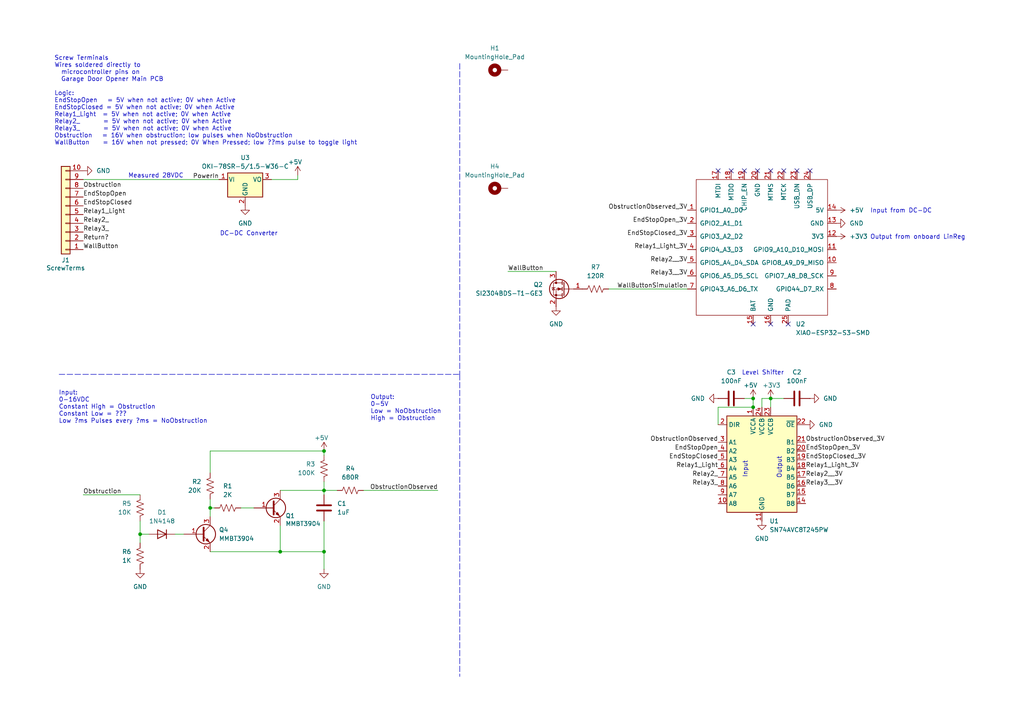
<source format=kicad_sch>
(kicad_sch (version 20231120) (generator "eeschema") (generator_version "8.0")
  (paper "A4")
  (lib_symbols
    (symbol "Connector_Generic:Conn_01x10" (pin_names (offset 1.016) hide)
      (property "Reference" "J" (at 0 12.7 0))
      (property "Value" "Conn_01x10" (at 0 -15.24 0))
      (symbol "Conn_01x10_1_1"
        (rectangle (start -1.27 -12.573) (end 0 -12.827) (stroke (width 0.1524)))
        (rectangle (start -1.27 -10.033) (end 0 -10.287) (stroke (width 0.1524)))
        (rectangle (start -1.27 -7.493) (end 0 -7.747) (stroke (width 0.1524)))
        (rectangle (start -1.27 -4.953) (end 0 -5.207) (stroke (width 0.1524)))
        (rectangle (start -1.27 -2.413) (end 0 -2.667) (stroke (width 0.1524)))
        (rectangle (start -1.27 0.127) (end 0 -0.127) (stroke (width 0.1524)))
        (rectangle (start -1.27 2.667) (end 0 2.413) (stroke (width 0.1524)))
        (rectangle (start -1.27 5.207) (end 0 4.953) (stroke (width 0.1524)))
        (rectangle (start -1.27 7.747) (end 0 7.493) (stroke (width 0.1524)))
        (rectangle (start -1.27 10.287) (end 0 10.033) (stroke (width 0.1524)))
        (rectangle (start -1.27 11.43) (end 1.27 -13.97) (stroke (width 0.254)) (fill (type background)))
        (pin passive line (at -5.08 10.16 0) (length 3.81) (name "Pin_1") (number "1"))
        (pin passive line (at -5.08 -12.7 0) (length 3.81) (name "Pin_10") (number "10"))
        (pin passive line (at -5.08 7.62 0) (length 3.81) (name "Pin_2") (number "2"))
        (pin passive line (at -5.08 5.08 0) (length 3.81) (name "Pin_3") (number "3"))
        (pin passive line (at -5.08 2.54 0) (length 3.81) (name "Pin_4") (number "4"))
        (pin passive line (at -5.08 0 0) (length 3.81) (name "Pin_5") (number "5"))
        (pin passive line (at -5.08 -2.54 0) (length 3.81) (name "Pin_6") (number "6"))
        (pin passive line (at -5.08 -5.08 0) (length 3.81) (name "Pin_7") (number "7"))
        (pin passive line (at -5.08 -7.62 0) (length 3.81) (name "Pin_8") (number "8"))
        (pin passive line (at -5.08 -10.16 0) (length 3.81) (name "Pin_9") (number "9"))
      )
    )
    (symbol "Device:C" (pin_numbers hide) (pin_names (offset 0.254))
      (property "Reference" "C" (at 0.635 2.54 0))
      (property "Value" "C" (at 0.635 -2.54 0))
      (symbol "C_0_1"
        (polyline (pts (xy -2.032 -0.762) (xy 2.032 -0.762)) (stroke (width 0.508)))
        (polyline (pts (xy -2.032 0.762) (xy 2.032 0.762)) (stroke (width 0.508)))
      )
      (symbol "C_1_1"
        (pin passive line (at 0 3.81 270) (length 2.794) (name "~") (number "1"))
        (pin passive line (at 0 -3.81 90) (length 2.794) (name "~") (number "2"))
      )
    )
    (symbol "Device:D" (pin_numbers hide) (pin_names (offset 1.016) hide)
      (property "Reference" "D" (at 0 2.54 0))
      (property "Value" "D" (at 0 -2.54 0))
      (symbol "D_0_1"
        (polyline (pts (xy -1.27 1.27) (xy -1.27 -1.27)) (stroke (width 0.254)))
        (polyline (pts (xy 1.27 0) (xy -1.27 0)))
        (polyline (pts (xy 1.27 1.27) (xy 1.27 -1.27) (xy -1.27 0) (xy 1.27 1.27)) (stroke (width 0.254)))
      )
      (symbol "D_1_1"
        (pin passive line (at -3.81 0 0) (length 2.54) (name "K") (number "1"))
        (pin passive line (at 3.81 0 180) (length 2.54) (name "A") (number "2"))
      )
    )
    (symbol "Device:Q_NMOS_GSD" (pin_names (offset 0) hide)
      (property "Reference" "Q" (at 5.08 1.27 0))
      (property "Value" "Q_NMOS_GSD" (at 5.08 -1.27 0))
      (symbol "Q_NMOS_GSD_0_1"
        (polyline (pts (xy 0.254 0) (xy -2.54 0)))
        (polyline (pts (xy 0.254 1.905) (xy 0.254 -1.905)) (stroke (width 0.254)))
        (polyline (pts (xy 0.762 -1.27) (xy 0.762 -2.286)) (stroke (width 0.254)))
        (polyline (pts (xy 0.762 0.508) (xy 0.762 -0.508)) (stroke (width 0.254)))
        (polyline (pts (xy 0.762 2.286) (xy 0.762 1.27)) (stroke (width 0.254)))
        (polyline (pts (xy 2.54 2.54) (xy 2.54 1.778)))
        (polyline (pts (xy 2.54 -2.54) (xy 2.54 0) (xy 0.762 0)))
        (polyline (pts (xy 0.762 -1.778) (xy 3.302 -1.778) (xy 3.302 1.778) (xy 0.762 1.778)))
        (polyline (pts (xy 1.016 0) (xy 2.032 0.381) (xy 2.032 -0.381) (xy 1.016 0)) (fill (type outline)))
        (polyline (pts (xy 2.794 0.508) (xy 2.921 0.381) (xy 3.683 0.381) (xy 3.81 0.254)))
        (polyline (pts (xy 3.302 0.381) (xy 2.921 -0.254) (xy 3.683 -0.254) (xy 3.302 0.381)))
        (circle (center 1.651 0) (radius 2.794) (stroke (width 0.254)))
        (circle (center 2.54 -1.778) (radius 0.254) (fill (type outline)))
        (circle (center 2.54 1.778) (radius 0.254) (fill (type outline)))
      )
      (symbol "Q_NMOS_GSD_1_1"
        (pin input line (at -5.08 0 0) (length 2.54) (name "G") (number "1"))
        (pin passive line (at 2.54 -5.08 90) (length 2.54) (name "S") (number "2"))
        (pin passive line (at 2.54 5.08 270) (length 2.54) (name "D") (number "3"))
      )
    )
    (symbol "Device:Q_NPN_BEC" (pin_names (offset 0) hide)
      (property "Reference" "Q" (at 5.08 1.27 0))
      (property "Value" "Q_NPN_BEC" (at 5.08 -1.27 0))
      (symbol "Q_NPN_BEC_0_1"
        (polyline (pts (xy 0.635 0.635) (xy 2.54 2.54)))
        (polyline (pts (xy 0.635 -0.635) (xy 2.54 -2.54) (xy 2.54 -2.54)))
        (polyline (pts (xy 0.635 1.905) (xy 0.635 -1.905) (xy 0.635 -1.905)) (stroke (width 0.508)))
        (polyline (pts (xy 1.27 -1.778) (xy 1.778 -1.27) (xy 2.286 -2.286) (xy 1.27 -1.778) (xy 1.27 -1.778)) (fill (type outline)))
        (circle (center 1.27 0) (radius 2.8194) (stroke (width 0.254)))
      )
      (symbol "Q_NPN_BEC_1_1"
        (pin input line (at -5.08 0 0) (length 5.715) (name "B") (number "1"))
        (pin passive line (at 2.54 -5.08 90) (length 2.54) (name "E") (number "2"))
        (pin passive line (at 2.54 5.08 270) (length 2.54) (name "C") (number "3"))
      )
    )
    (symbol "Device:R_US" (pin_numbers hide) (pin_names (offset 0))
      (property "Reference" "R" (at 2.54 0 90))
      (property "Value" "R_US" (at -2.54 0 90))
      (symbol "R_US_0_1"
        (polyline (pts (xy 0 -2.286) (xy 0 -2.54)))
        (polyline (pts (xy 0 2.286) (xy 0 2.54)))
        (polyline (pts (xy 0 -0.762) (xy 1.016 -1.143) (xy 0 -1.524) (xy -1.016 -1.905) (xy 0 -2.286)))
        (polyline (pts (xy 0 0.762) (xy 1.016 0.381) (xy 0 0) (xy -1.016 -0.381) (xy 0 -0.762)))
        (polyline (pts (xy 0 2.286) (xy 1.016 1.905) (xy 0 1.524) (xy -1.016 1.143) (xy 0 0.762)))
      )
      (symbol "R_US_1_1"
        (pin passive line (at 0 3.81 270) (length 1.27) (name "~") (number "1"))
        (pin passive line (at 0 -3.81 90) (length 1.27) (name "~") (number "2"))
      )
    )
    (symbol "Logic_LevelTranslator:SN74AVC8T245PW"
      (property "Reference" "U" (at -8.89 13.97 0))
      (property "Value" "SN74AVC8T245PW" (at 12.7 13.97 0))
      (symbol "SN74AVC8T245PW_0_1"
        (rectangle (start -10.16 12.7) (end 10.16 -15.24) (stroke (width 0.254)) (fill (type background)))
      )
      (symbol "SN74AVC8T245PW_1_1"
        (pin power_in line (at -2.54 15.24 270) (length 2.54) (name "VCCA") (number "1"))
        (pin bidirectional line (at -12.7 -12.7 0) (length 2.54) (name "A8") (number "10"))
        (pin power_in line (at 0 -17.78 90) (length 2.54) (name "GND") (number "11"))
        (pin passive line (at 0 -17.78 90) (length 2.54) hide (name "GND") (number "12"))
        (pin passive line (at 0 -17.78 90) (length 2.54) hide (name "GND") (number "13"))
        (pin bidirectional line (at 12.7 -12.7 180) (length 2.54) (name "B8") (number "14"))
        (pin bidirectional line (at 12.7 -10.16 180) (length 2.54) (name "B7") (number "15"))
        (pin bidirectional line (at 12.7 -7.62 180) (length 2.54) (name "B6") (number "16"))
        (pin bidirectional line (at 12.7 -5.08 180) (length 2.54) (name "B5") (number "17"))
        (pin bidirectional line (at 12.7 -2.54 180) (length 2.54) (name "B4") (number "18"))
        (pin bidirectional line (at 12.7 0 180) (length 2.54) (name "B3") (number "19"))
        (pin input line (at -12.7 10.16 0) (length 2.54) (name "DIR") (number "2"))
        (pin bidirectional line (at 12.7 2.54 180) (length 2.54) (name "B2") (number "20"))
        (pin bidirectional line (at 12.7 5.08 180) (length 2.54) (name "B1") (number "21"))
        (pin input line (at 12.7 10.16 180) (length 2.54) (name "~{OE}") (number "22"))
        (pin power_in line (at 2.54 15.24 270) (length 2.54) (name "VCCB") (number "23"))
        (pin power_in line (at 0 15.24 270) (length 2.54) (name "VCCB") (number "24"))
        (pin bidirectional line (at -12.7 5.08 0) (length 2.54) (name "A1") (number "3"))
        (pin bidirectional line (at -12.7 2.54 0) (length 2.54) (name "A2") (number "4"))
        (pin bidirectional line (at -12.7 0 0) (length 2.54) (name "A3") (number "5"))
        (pin bidirectional line (at -12.7 -2.54 0) (length 2.54) (name "A4") (number "6"))
        (pin bidirectional line (at -12.7 -5.08 0) (length 2.54) (name "A5") (number "7"))
        (pin bidirectional line (at -12.7 -7.62 0) (length 2.54) (name "A6") (number "8"))
        (pin bidirectional line (at -12.7 -10.16 0) (length 2.54) (name "A7") (number "9"))
      )
    )
    (symbol "Mechanical:MountingHole_Pad" (pin_numbers hide) (pin_names (offset 1.016) hide) (exclude_from_sim yes) (in_bom no)
      (property "Reference" "H" (at 0 6.35 0))
      (property "Value" "MountingHole_Pad" (at 0 4.445 0))
      (symbol "MountingHole_Pad_0_1"
        (circle (center 0 1.27) (radius 1.27) (stroke (width 1.27)))
      )
      (symbol "MountingHole_Pad_1_1"
        (pin input line (at 0 -2.54 90) (length 2.54) (name "1") (number "1"))
      )
    )
    (symbol "Regulator_Linear:LM7805_TO220" (pin_names (offset 0.254))
      (property "Reference" "U" (at -3.81 3.175 0))
      (property "Value" "LM7805_TO220" (at 0 3.175 0))
      (symbol "LM7805_TO220_0_1"
        (rectangle (start -5.08 1.905) (end 5.08 -5.08) (stroke (width 0.254)) (fill (type background)))
      )
      (symbol "LM7805_TO220_1_1"
        (pin power_in line (at -7.62 0 0) (length 2.54) (name "VI") (number "1"))
        (pin power_in line (at 0 -7.62 90) (length 2.54) (name "GND") (number "2"))
        (pin power_out line (at 7.62 0 180) (length 2.54) (name "VO") (number "3"))
      )
    )
    (symbol "Seeed_Studio_XIAO_Series:XIAO-ESP32-S3-SMD" (pin_names (offset 1.016))
      (property "Reference" "U" (at -18.542 23.114 0))
      (property "Value" "XIAO-ESP32-S3-SMD" (at -8.382 21.336 0))
      (symbol "XIAO-ESP32-S3-SMD_0_1"
        (rectangle (start 19.05 -19.05) (end -19.05 20.32))
      )
      (symbol "XIAO-ESP32-S3-SMD_1_1"
        (pin passive line (at -21.59 11.43 0) (length 2.54) (name "GPIO1_A0_D0") (number "1"))
        (pin passive line (at 21.59 -3.81 180) (length 2.54) (name "GPIO8_A9_D9_MISO") (number "10"))
        (pin passive line (at 21.59 0 180) (length 2.54) (name "GPIO9_A10_D10_MOSI") (number "11"))
        (pin passive line (at 21.59 3.81 180) (length 2.54) (name "3V3") (number "12"))
        (pin passive line (at 21.59 7.62 180) (length 2.54) (name "GND") (number "13"))
        (pin passive line (at 21.59 11.43 180) (length 2.54) (name "5V") (number "14"))
        (pin passive line (at -2.54 -21.59 90) (length 2.54) (name "BAT") (number "15"))
        (pin passive line (at 2.54 -21.59 90) (length 2.54) (name "GND") (number "16"))
        (pin passive line (at -12.7 22.86 270) (length 2.54) (name "MTDI") (number "17"))
        (pin passive line (at -8.89 22.86 270) (length 2.54) (name "MTDO") (number "18"))
        (pin passive line (at -5.08 22.86 270) (length 2.54) (name "CHIP_EN") (number "19"))
        (pin passive line (at -21.59 7.62 0) (length 2.54) (name "GPIO2_A1_D1") (number "2"))
        (pin passive line (at -1.27 22.86 270) (length 2.54) (name "GND") (number "20"))
        (pin passive line (at 2.54 22.86 270) (length 2.54) (name "MTMS") (number "21"))
        (pin passive line (at 6.35 22.86 270) (length 2.54) (name "MTCK") (number "22"))
        (pin passive line (at 10.16 22.86 270) (length 2.54) (name "USB_DN") (number "23"))
        (pin passive line (at 13.97 22.86 270) (length 2.54) (name "USB_DP") (number "24"))
        (pin passive line (at 7.62 -21.59 90) (length 2.54) (name "PAD") (number "25"))
        (pin passive line (at -21.59 3.81 0) (length 2.54) (name "GPIO3_A2_D2") (number "3"))
        (pin passive line (at -21.59 0 0) (length 2.54) (name "GPIO4_A3_D3") (number "4"))
        (pin passive line (at -21.59 -3.81 0) (length 2.54) (name "GPIO5_A4_D4_SDA") (number "5"))
        (pin passive line (at -21.59 -7.62 0) (length 2.54) (name "GPIO6_A5_D5_SCL") (number "6"))
        (pin passive line (at -21.59 -11.43 0) (length 2.54) (name "GPIO43_A6_D6_TX") (number "7"))
        (pin passive line (at 21.59 -11.43 180) (length 2.54) (name "GPIO44_D7_RX") (number "8"))
        (pin passive line (at 21.59 -7.62 180) (length 2.54) (name "GPIO7_A8_D8_SCK") (number "9"))
      )
    )
    (symbol "power:+3V3" (power) (pin_numbers hide) (pin_names (offset 0) hide)
      (property "Value" "+3V3" (at 0 3.556 0))
      (symbol "+3V3_0_1"
        (polyline (pts (xy -0.762 1.27) (xy 0 2.54)))
        (polyline (pts (xy 0 0) (xy 0 2.54)))
        (polyline (pts (xy 0 2.54) (xy 0.762 1.27)))
      )
      (symbol "+3V3_1_1"
        (pin power_in line (at 0 0 90) (length 0) (name "~") (number "1"))
      )
    )
    (symbol "power:+5V" (power) (pin_numbers hide) (pin_names (offset 0) hide)
      (property "Value" "+5V" (at 0 3.556 0))
      (symbol "+5V_0_1"
        (polyline (pts (xy -0.762 1.27) (xy 0 2.54)))
        (polyline (pts (xy 0 0) (xy 0 2.54)))
        (polyline (pts (xy 0 2.54) (xy 0.762 1.27)))
      )
      (symbol "+5V_1_1"
        (pin power_in line (at 0 0 90) (length 0) (name "~") (number "1"))
      )
    )
    (symbol "power:GND" (power) (pin_numbers hide) (pin_names (offset 0) hide)
      (property "Value" "GND" (at 0 -3.81 0))
      (symbol "GND_0_1"
        (polyline (pts (xy 0 0) (xy 0 -1.27) (xy 1.27 -1.27) (xy 0 -2.54) (xy -1.27 -1.27) (xy 0 -1.27)))
      )
      (symbol "GND_1_1"
        (pin power_in line (at 0 0 270) (length 0) (name "~") (number "1"))
      )
    )
  )
  (junction (at 93.98 130.81))
  (junction (at 218.44 118.11))
  (junction (at 40.64 154.94))
  (junction (at 93.98 160.02))
  (junction (at 218.44 115.57))
  (junction (at 223.52 115.57))
  (junction (at 93.98 142.24))
  (junction (at 81.28 160.02))
  (junction (at 60.96 147.32))
  (no_connect (at 234.95 49.53))
  (no_connect (at 208.28 49.53))
  (no_connect (at 212.09 49.53))
  (no_connect (at 231.14 49.53))
  (no_connect (at 228.6 93.98))
  (no_connect (at 219.71 49.53))
  (no_connect (at 223.52 93.98))
  (no_connect (at 218.44 93.98))
  (no_connect (at 215.9 49.53))
  (no_connect (at 223.52 49.53))
  (no_connect (at 227.33 49.53))
  (wire (pts (xy 86.36 52.07) (xy 86.36 50.8)))
  (wire (pts (xy 40.64 151.13) (xy 40.64 154.94)))
  (wire (pts (xy 208.28 123.19) (xy 208.28 118.11)))
  (wire (pts (xy 81.28 142.24) (xy 93.98 142.24)))
  (wire (pts (xy 176.53 83.82) (xy 199.39 83.82)))
  (wire (pts (xy 60.96 130.81) (xy 93.98 130.81)))
  (wire (pts (xy 218.44 115.57) (xy 218.44 118.11)))
  (wire (pts (xy 60.96 147.32) (xy 62.23 147.32)))
  (wire (pts (xy 78.74 52.07) (xy 86.36 52.07)))
  (polyline (pts (xy 17.145 108.585) (xy 133.35 108.585)) (stroke (width 0) (type dash)))
  (wire (pts (xy 215.9 115.57) (xy 218.44 115.57)))
  (wire (pts (xy 60.96 144.78) (xy 60.96 147.32)))
  (wire (pts (xy 223.52 115.57) (xy 223.52 118.11)))
  (wire (pts (xy 93.98 130.81) (xy 93.98 132.08)))
  (wire (pts (xy 223.52 115.57) (xy 227.33 115.57)))
  (polyline (pts (xy 133.35 18.415) (xy 133.35 108.585)) (stroke (width 0) (type dash)))
  (wire (pts (xy 81.28 160.02) (xy 93.98 160.02)))
  (wire (pts (xy 69.85 147.32) (xy 73.66 147.32)))
  (polyline (pts (xy 133.35 108.585) (xy 133.35 196.215)) (stroke (width 0) (type dash)))
  (wire (pts (xy 220.98 118.11) (xy 220.98 115.57)))
  (wire (pts (xy 24.13 52.07) (xy 63.5 52.07)))
  (wire (pts (xy 60.96 160.02) (xy 81.28 160.02)))
  (wire (pts (xy 93.98 142.24) (xy 93.98 143.51)))
  (wire (pts (xy 24.13 143.51) (xy 40.64 143.51)))
  (wire (pts (xy 93.98 139.7) (xy 93.98 142.24)))
  (wire (pts (xy 40.64 154.94) (xy 40.64 157.48)))
  (wire (pts (xy 220.98 115.57) (xy 223.52 115.57)))
  (wire (pts (xy 40.64 154.94) (xy 43.18 154.94)))
  (wire (pts (xy 147.32 78.74) (xy 161.29 78.74)))
  (wire (pts (xy 93.98 142.24) (xy 97.79 142.24)))
  (wire (pts (xy 93.98 151.13) (xy 93.98 160.02)))
  (wire (pts (xy 50.8 154.94) (xy 53.34 154.94)))
  (wire (pts (xy 93.98 160.02) (xy 93.98 165.1)))
  (wire (pts (xy 60.96 137.16) (xy 60.96 130.81)))
  (wire (pts (xy 105.41 142.24) (xy 127 142.24)))
  (wire (pts (xy 81.28 152.4) (xy 81.28 160.02)))
  (wire (pts (xy 60.96 147.32) (xy 60.96 149.86)))
  (wire (pts (xy 208.28 118.11) (xy 218.44 118.11)))
  (text "Screw Terminals\nWires soldered directly to \n  microcontroller pins on \n  Garage Door Opener Main PCB\n\nLogic:\nEndStopOpen   = 5V when not active; 0V when Active\nEndStopClosed = 5V when not active; 0V when Active\nRelay1_Light  = 5V when not active; 0V when Active\nRelay2_       = 5V when not active; 0V when Active\nRelay3_       = 5V when not active; 0V when Active\nObstruction   = 16V when obstruction; low pulses when NoObstruction\nWallButton    = 16V when not pressed; 0V When Pressed; low ??ms pulse to toggle light" (at 15.748 29.21 0) (effects (font (size 1.27 1.27)) (justify left)))
  (text "Output from onboard LinReg" (at 266.192 68.834 0) (effects (font (size 1.27 1.27))))
  (text "Input from DC-DC" (at 261.366 61.214 0) (effects (font (size 1.27 1.27))))
  (text "Input" (at 216.154 136.144 90) (effects (font (size 1.27 1.27))))
  (text "Output" (at 226.06 135.636 90) (effects (font (size 1.27 1.27))))
  (text "Input:\n0-16VDC\nConstant High = Obstruction\nConstant Low = ???\nLow ?ms Pulses every ?ms = NoObstruction" (at 17.018 118.11 0) (effects (font (size 1.27 1.27)) (justify left)))
  (text "Measured 28VDC" (at 45.212 51.054 0) (effects (font (size 1.27 1.27))))
  (text "DC-DC Converter" (at 63.754 67.818 0) (effects (font (size 1.27 1.27)) (justify left)))
  (text "Level Shifter" (at 215.138 108.204 0) (effects (font (size 1.27 1.27)) (justify left)))
  (text "Output:\n0-5V\nLow = NoObstruction\nHigh = Obstruction" (at 107.442 118.364 0) (effects (font (size 1.27 1.27)) (justify left)))
  (label "ObstructionObserved" (at 127 142.24 180))
  (label "EndStopOpen" (at 24.13 57.15 0))
  (label "Relay3_" (at 208.28 140.97 180))
  (label "EndStopOpen_3V" (at 199.39 64.77 180))
  (label "Relay1_Light" (at 24.13 62.23 0))
  (label "EndStopClosed" (at 208.28 133.35 180))
  (label "ObstructionObserved" (at 208.28 128.27 180))
  (label "Obstruction" (at 24.13 54.61 0))
  (label "Relay1_Light" (at 208.28 135.89 180))
  (label "Relay2__3V" (at 199.39 76.2 180))
  (label "ObstructionObserved_3V" (at 199.39 60.96 180))
  (label "Relay2__3V" (at 233.68 138.43 0))
  (label "EndStopClosed" (at 24.13 59.69 0))
  (label "ObstructionObserved_3V" (at 233.68 128.27 0))
  (label "WallButton" (at 147.32 78.74 0))
  (label "EndStopOpen_3V" (at 233.68 130.81 0))
  (label "Relay3_" (at 24.13 67.31 0))
  (label "Relay1_Light_3V" (at 199.39 72.39 180))
  (label "PowerIn" (at 63.5 52.07 180))
  (label "Obstruction" (at 24.13 143.51 0))
  (label "Relay2_" (at 24.13 64.77 0))
  (label "EndStopClosed_3V" (at 233.68 133.35 0))
  (label "EndStopOpen" (at 208.28 130.81 180))
  (label "WallButtonSimulation" (at 199.39 83.82 180))
  (label "Relay3__3V" (at 233.68 140.97 0))
  (label "Relay1_Light_3V" (at 233.68 135.89 0))
  (label "Relay2_" (at 208.28 138.43 180))
  (label "EndStopClosed_3V" (at 199.39 68.58 180))
  (label "WallButton" (at 24.13 72.39 0))
  (label "Return?" (at 24.13 69.85 0))
  (label "Relay3__3V" (at 199.39 80.01 180))
  (symbol (lib_id "Logic_LevelTranslator:SN74AVC8T245PW") (at 220.98 133.35 0) (unit 1)
    (property "Reference" "U1" (at 223.1741 151.13 0) (effects (justify left)))
    (property "Value" "SN74AVC8T245PW" (at 223.1741 153.67 0) (effects (justify left)))
    (property "Footprint" "Package_SO:TSSOP-24_4.4x7.8mm_P0.65mm" (effects (hide yes)))
    (property "Datasheet" "https://www.ti.com/lit/ds/symlink/sn74avc8t245.pdf" (effects (hide yes)))
    (property "Description" "8-Bit Dual-Supply Bus Transceiver With Configurable Voltage Translation and 3-State Outputs, TSSOP-24" (effects (hide yes)))
  )
  (symbol (lib_id "power:GND") (at 220.98 151.13 0) (unit 1)
    (property "Reference" "#PWR06" (effects (hide yes)))
    (property "Value" "GND" (at 220.98 156.21 0))
    (property "Description" "Power symbol creates a global label with name \"GND\" , ground" (effects (hide yes)))
  )
  (symbol (lib_id "power:GND") (at 208.28 115.57 270) (unit 1)
    (property "Reference" "#PWR015" (effects (hide yes)))
    (property "Value" "GND" (at 204.47 115.5699 90) (effects (justify right)))
    (property "Description" "Power symbol creates a global label with name \"GND\" , ground" (effects (hide yes)))
  )
  (symbol (lib_id "Device:C") (at 93.98 147.32 0) (unit 1)
    (property "Reference" "C1" (at 97.79 146.0499 0) (effects (justify left)))
    (property "Value" "1uF" (at 97.79 148.5899 0) (effects (justify left)))
    (property "Footprint" "Capacitor_SMD:C_0603_1608Metric" (effects (hide yes)))
    (property "Description" "Unpolarized capacitor" (effects (hide yes)))
  )
  (symbol (lib_id "power:GND") (at 234.95 115.57 90) (unit 1)
    (property "Reference" "#PWR014" (effects (hide yes)))
    (property "Value" "GND" (at 238.76 115.5699 90) (effects (justify right)))
    (property "Description" "Power symbol creates a global label with name \"GND\" , ground" (effects (hide yes)))
  )
  (symbol (lib_id "power:+3V3") (at 242.57 68.58 270) (unit 1)
    (property "Reference" "#PWR03" (effects (hide yes)))
    (property "Value" "+3V3" (at 246.38 68.5799 90) (effects (justify left)))
    (property "Description" "Power symbol creates a global label with name \"+3V3\"" (effects (hide yes)))
  )
  (symbol (lib_id "Mechanical:MountingHole_Pad") (at 144.78 20.32 90) (unit 1) (exclude_from_sim yes) (in_bom no)
    (property "Reference" "H1" (at 143.51 13.97 90))
    (property "Value" "MountingHole_Pad" (at 143.51 16.51 90))
    (property "Footprint" "MountingHole:MountingHole_3.2mm_M3_Pad" (effects (hide yes)))
    (property "Description" "Mounting Hole with connection" (effects (hide yes)))
  )
  (symbol (lib_id "Device:R_US") (at 172.72 83.82 270) (unit 1)
    (property "Reference" "R7" (at 172.72 77.47 90))
    (property "Value" "120R" (at 172.72 80.01 90))
    (property "Footprint" "Resistor_SMD:R_0603_1608Metric" (effects (hide yes)))
    (property "Description" "Resistor, US symbol" (effects (hide yes)))
  )
  (symbol (lib_id "power:GND") (at 233.68 123.19 90) (unit 1)
    (property "Reference" "#PWR05" (effects (hide yes)))
    (property "Value" "GND" (at 237.49 123.1899 90) (effects (justify right)))
    (property "Description" "Power symbol creates a global label with name \"GND\" , ground" (effects (hide yes)))
  )
  (symbol (lib_id "power:+5V") (at 86.36 50.8 0) (unit 1)
    (property "Reference" "#PWR012" (effects (hide yes)))
    (property "Value" "+5V" (at 85.598 46.99 0))
    (property "Description" "Power symbol creates a global label with name \"+5V\"" (effects (hide yes)))
  )
  (symbol (lib_id "power:+5V") (at 242.57 60.96 270) (unit 1)
    (property "Reference" "#PWR04" (effects (hide yes)))
    (property "Value" "+5V" (at 246.38 60.9599 90) (effects (justify left)))
    (property "Description" "Power symbol creates a global label with name \"+5V\"" (effects (hide yes)))
  )
  (symbol (lib_id "power:GND") (at 24.13 49.53 90) (unit 1)
    (property "Reference" "#PWR01" (effects (hide yes)))
    (property "Value" "GND" (at 27.94 49.5299 90) (effects (justify right)))
    (property "Description" "Power symbol creates a global label with name \"GND\" , ground" (effects (hide yes)))
  )
  (symbol (lib_id "Device:Q_NPN_BEC") (at 58.42 154.94 0) (unit 1)
    (property "Reference" "Q4" (at 63.5 153.6699 0) (effects (justify left)))
    (property "Value" "MMBT3904" (at 63.5 156.2099 0) (effects (justify left)))
    (property "Footprint" "Package_TO_SOT_SMD:SOT-23-3" (effects (hide yes)))
    (property "Description" "NPN transistor, base/emitter/collector" (effects (hide yes)))
  )
  (symbol (lib_id "Device:R_US") (at 40.64 147.32 0) (mirror x) (unit 1)
    (property "Reference" "R5" (at 38.1 146.0499 0) (effects (justify right)))
    (property "Value" "10K" (at 38.1 148.5899 0) (effects (justify right)))
    (property "Footprint" "Resistor_SMD:R_0603_1608Metric" (effects (hide yes)))
    (property "Description" "Resistor, US symbol" (effects (hide yes)))
  )
  (symbol (lib_id "power:GND") (at 161.29 88.9 0) (unit 1)
    (property "Reference" "#PWR016" (effects (hide yes)))
    (property "Value" "GND" (at 161.29 93.98 0))
    (property "Description" "Power symbol creates a global label with name \"GND\" , ground" (effects (hide yes)))
  )
  (symbol (lib_id "power:+5V") (at 218.44 115.57 0) (unit 1)
    (property "Reference" "#PWR07" (effects (hide yes)))
    (property "Value" "+5V" (at 217.678 111.76 0))
    (property "Description" "Power symbol creates a global label with name \"+5V\"" (effects (hide yes)))
  )
  (symbol (lib_id "Device:C") (at 231.14 115.57 90) (unit 1)
    (property "Reference" "C2" (at 231.14 107.95 90))
    (property "Value" "100nF" (at 231.14 110.49 90))
    (property "Footprint" "Capacitor_SMD:C_0603_1608Metric" (effects (hide yes)))
    (property "Description" "Unpolarized capacitor" (effects (hide yes)))
  )
  (symbol (lib_id "power:GND") (at 71.12 59.69 0) (unit 1)
    (property "Reference" "#PWR013" (effects (hide yes)))
    (property "Value" "GND" (at 71.12 64.77 0))
    (property "Description" "Power symbol creates a global label with name \"GND\" , ground" (effects (hide yes)))
  )
  (symbol (lib_id "Seeed_Studio_XIAO_Series:XIAO-ESP32-S3-SMD") (at 220.98 72.39 0) (unit 1)
    (property "Reference" "U2" (at 230.7941 93.98 0) (effects (justify left)))
    (property "Value" "XIAO-ESP32-S3-SMD" (at 230.7941 96.52 0) (effects (justify left)))
    (property "Footprint" "Seeed Studio XIAO Series Library:XIAO-ESP32S3-SMD" (effects (hide yes)))
  )
  (symbol (lib_id "Device:Q_NMOS_GSD") (at 163.83 83.82 0) (mirror y) (unit 1)
    (property "Reference" "Q2" (at 157.48 82.5499 0) (effects (justify left)))
    (property "Value" "SI2304BDS-T1-GE3" (at 157.48 85.0899 0) (effects (justify left)))
    (property "Footprint" "Package_TO_SOT_SMD:SOT-23" (effects (hide yes)))
    (property "Description" "N-MOSFET transistor, gate/source/drain" (effects (hide yes)))
  )
  (symbol (lib_id "Device:R_US") (at 93.98 135.89 0) (mirror x) (unit 1)
    (property "Reference" "R3" (at 91.44 134.6199 0) (effects (justify right)))
    (property "Value" "100K" (at 91.44 137.1599 0) (effects (justify right)))
    (property "Footprint" "Resistor_SMD:R_0603_1608Metric" (effects (hide yes)))
    (property "Description" "Resistor, US symbol" (effects (hide yes)))
  )
  (symbol (lib_id "Connector_Generic:Conn_01x10") (at 19.05 62.23 180) (unit 1)
    (property "Reference" "J1" (at 19.05 75.438 0))
    (property "Value" "ScrewTerms" (at 19.05 77.724 0))
    (property "Footprint" "GM_Connector_PhoenixContact:phoenix_contact_1984691" (effects (hide yes)))
    (property "Description" "Generic connector, single row, 01x10, script generated (kicad-library-utils/schlib/autogen/connector/)" (effects (hide yes)))
  )
  (symbol (lib_id "Device:R_US") (at 66.04 147.32 90) (unit 1)
    (property "Reference" "R1" (at 66.04 140.97 90))
    (property "Value" "2K" (at 66.04 143.51 90))
    (property "Footprint" "Resistor_SMD:R_0603_1608Metric" (effects (hide yes)))
    (property "Description" "Resistor, US symbol" (effects (hide yes)))
  )
  (symbol (lib_id "power:GND") (at 242.57 64.77 90) (unit 1)
    (property "Reference" "#PWR02" (effects (hide yes)))
    (property "Value" "GND" (at 246.38 64.7699 90) (effects (justify right)))
    (property "Description" "Power symbol creates a global label with name \"GND\" , ground" (effects (hide yes)))
  )
  (symbol (lib_id "power:GND") (at 93.98 165.1 0) (unit 1)
    (property "Reference" "#PWR08" (effects (hide yes)))
    (property "Value" "GND" (at 93.98 170.18 0))
    (property "Description" "Power symbol creates a global label with name \"GND\" , ground" (effects (hide yes)))
  )
  (symbol (lib_id "Regulator_Linear:LM7805_TO220") (at 71.12 52.07 0) (unit 1)
    (property "Reference" "U3" (at 71.12 45.72 0))
    (property "Value" "OKI-78SR-5/1.5-W36-C" (at 71.12 48.26 0))
    (property "Footprint" "Package_TO_SOT_THT:TO-220-3_Vertical" (effects (hide yes)))
    (property "Description" "DC DC CONVERTER 5V 8W" (effects (hide yes)))
    (property "MFR" "Murata Power Solutions Inc." (effects (hide yes)))
  )
  (symbol (lib_id "Device:R_US") (at 101.6 142.24 270) (unit 1)
    (property "Reference" "R4" (at 101.6 135.89 90))
    (property "Value" "680R" (at 101.6 138.43 90))
    (property "Footprint" "Resistor_SMD:R_0603_1608Metric" (effects (hide yes)))
    (property "Description" "Resistor, US symbol" (effects (hide yes)))
  )
  (symbol (lib_id "Device:D") (at 46.99 154.94 180) (unit 1)
    (property "Reference" "D1" (at 46.99 148.59 0))
    (property "Value" "1N4148" (at 46.99 151.13 0))
    (property "Footprint" "Diode_SMD:D_SOD-523" (effects (hide yes)))
    (property "Description" "Diode" (effects (hide yes)))
    (property "Sim.Device" "D" (effects (hide yes)))
    (property "Sim.Pins" "1=K 2=A" (effects (hide yes)))
  )
  (symbol (lib_id "power:+3V3") (at 223.52 115.57 0) (unit 1)
    (property "Reference" "#PWR09" (effects (hide yes)))
    (property "Value" "+3V3" (at 223.774 111.76 0))
    (property "Description" "Power symbol creates a global label with name \"+3V3\"" (effects (hide yes)))
  )
  (symbol (lib_id "Device:R_US") (at 60.96 140.97 0) (mirror x) (unit 1)
    (property "Reference" "R2" (at 58.42 139.6999 0) (effects (justify right)))
    (property "Value" "20K" (at 58.42 142.2399 0) (effects (justify right)))
    (property "Footprint" "Resistor_SMD:R_0603_1608Metric" (effects (hide yes)))
    (property "Description" "Resistor, US symbol" (effects (hide yes)))
  )
  (symbol (lib_id "power:+5V") (at 93.98 130.81 0) (unit 1)
    (property "Reference" "#PWR011" (effects (hide yes)))
    (property "Value" "+5V" (at 93.218 127 0))
    (property "Description" "Power symbol creates a global label with name \"+5V\"" (effects (hide yes)))
  )
  (symbol (lib_id "Device:C") (at 212.09 115.57 90) (unit 1)
    (property "Reference" "C3" (at 212.09 107.95 90))
    (property "Value" "100nF" (at 212.09 110.49 90))
    (property "Footprint" "Capacitor_SMD:C_0603_1608Metric" (effects (hide yes)))
    (property "Description" "Unpolarized capacitor" (effects (hide yes)))
  )
  (symbol (lib_id "Mechanical:MountingHole_Pad") (at 144.78 54.61 90) (unit 1) (exclude_from_sim yes) (in_bom no)
    (property "Reference" "H4" (at 143.51 48.26 90))
    (property "Value" "MountingHole_Pad" (at 143.51 50.8 90))
    (property "Footprint" "MountingHole:MountingHole_3.2mm_M3_Pad" (effects (hide yes)))
    (property "Description" "Mounting Hole with connection" (effects (hide yes)))
  )
  (symbol (lib_id "Device:R_US") (at 40.64 161.29 0) (mirror x) (unit 1)
    (property "Reference" "R6" (at 38.1 160.0199 0) (effects (justify right)))
    (property "Value" "1K" (at 38.1 162.5599 0) (effects (justify right)))
    (property "Footprint" "Resistor_SMD:R_0603_1608Metric" (effects (hide yes)))
    (property "Description" "Resistor, US symbol" (effects (hide yes)))
  )
  (symbol (lib_id "power:GND") (at 40.64 165.1 0) (unit 1)
    (property "Reference" "#PWR010" (effects (hide yes)))
    (property "Value" "GND" (at 40.64 170.18 0))
    (property "Description" "Power symbol creates a global label with name \"GND\" , ground" (effects (hide yes)))
  )
  (symbol (lib_id "Device:Q_NPN_BEC") (at 78.74 147.32 0) (unit 1)
    (property "Reference" "Q1" (at 82.804 149.606 0) (effects (justify left)))
    (property "Value" "MMBT3904" (at 82.804 151.892 0) (effects (justify left)))
    (property "Footprint" "Package_TO_SOT_SMD:SOT-23-3" (effects (hide yes)))
    (property "Description" "NPN transistor, base/emitter/collector" (effects (hide yes)))
  )
)
</source>
